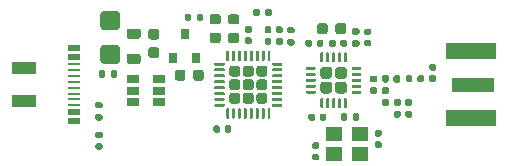
<source format=gbr>
%TF.GenerationSoftware,KiCad,Pcbnew,(5.1.8)-1*%
%TF.CreationDate,2020-12-12T20:42:25+01:00*%
%TF.ProjectId,NRF24Stick,4e524632-3453-4746-9963-6b2e6b696361,rev?*%
%TF.SameCoordinates,Original*%
%TF.FileFunction,Paste,Top*%
%TF.FilePolarity,Positive*%
%FSLAX46Y46*%
G04 Gerber Fmt 4.6, Leading zero omitted, Abs format (unit mm)*
G04 Created by KiCad (PCBNEW (5.1.8)-1) date 2020-12-12 20:42:25*
%MOMM*%
%LPD*%
G01*
G04 APERTURE LIST*
%ADD10R,4.200000X1.350000*%
%ADD11R,3.600000X1.270000*%
%ADD12R,2.000000X1.000000*%
%ADD13R,1.000000X0.520000*%
%ADD14R,1.000000X0.270000*%
%ADD15R,1.400000X1.200000*%
%ADD16R,1.060000X0.650000*%
%ADD17R,0.800000X0.900000*%
G04 APERTURE END LIST*
D10*
%TO.C,J3*%
X148750000Y-118325000D03*
X148750000Y-112675000D03*
D11*
X148950000Y-115500000D03*
%TD*%
D12*
%TO.C,J2*%
X110900000Y-116900000D03*
X110900000Y-114100000D03*
D13*
X115100000Y-112400000D03*
X115100000Y-118600000D03*
X115100000Y-117850000D03*
X115100000Y-113150000D03*
D14*
X115100000Y-113750000D03*
X115100000Y-117250000D03*
X115100000Y-114250000D03*
X115100000Y-114750000D03*
X115100000Y-115250000D03*
X115100000Y-115750000D03*
X115100000Y-116250000D03*
X115100000Y-116750000D03*
%TD*%
%TO.C,C6*%
G36*
G01*
X124575000Y-114450000D02*
X124575000Y-114950000D01*
G75*
G02*
X124350000Y-115175000I-225000J0D01*
G01*
X123900000Y-115175000D01*
G75*
G02*
X123675000Y-114950000I0J225000D01*
G01*
X123675000Y-114450000D01*
G75*
G02*
X123900000Y-114225000I225000J0D01*
G01*
X124350000Y-114225000D01*
G75*
G02*
X124575000Y-114450000I0J-225000D01*
G01*
G37*
G36*
G01*
X126125000Y-114450000D02*
X126125000Y-114950000D01*
G75*
G02*
X125900000Y-115175000I-225000J0D01*
G01*
X125450000Y-115175000D01*
G75*
G02*
X125225000Y-114950000I0J225000D01*
G01*
X125225000Y-114450000D01*
G75*
G02*
X125450000Y-114225000I225000J0D01*
G01*
X125900000Y-114225000D01*
G75*
G02*
X126125000Y-114450000I0J-225000D01*
G01*
G37*
%TD*%
%TO.C,R3*%
G36*
G01*
X133685000Y-112180000D02*
X133315000Y-112180000D01*
G75*
G02*
X133180000Y-112045000I0J135000D01*
G01*
X133180000Y-111775000D01*
G75*
G02*
X133315000Y-111640000I135000J0D01*
G01*
X133685000Y-111640000D01*
G75*
G02*
X133820000Y-111775000I0J-135000D01*
G01*
X133820000Y-112045000D01*
G75*
G02*
X133685000Y-112180000I-135000J0D01*
G01*
G37*
G36*
G01*
X133685000Y-111160000D02*
X133315000Y-111160000D01*
G75*
G02*
X133180000Y-111025000I0J135000D01*
G01*
X133180000Y-110755000D01*
G75*
G02*
X133315000Y-110620000I135000J0D01*
G01*
X133685000Y-110620000D01*
G75*
G02*
X133820000Y-110755000I0J-135000D01*
G01*
X133820000Y-111025000D01*
G75*
G02*
X133685000Y-111160000I-135000J0D01*
G01*
G37*
%TD*%
%TO.C,C1*%
G36*
G01*
X131290000Y-111020000D02*
X131290000Y-110680000D01*
G75*
G02*
X131430000Y-110540000I140000J0D01*
G01*
X131710000Y-110540000D01*
G75*
G02*
X131850000Y-110680000I0J-140000D01*
G01*
X131850000Y-111020000D01*
G75*
G02*
X131710000Y-111160000I-140000J0D01*
G01*
X131430000Y-111160000D01*
G75*
G02*
X131290000Y-111020000I0J140000D01*
G01*
G37*
G36*
G01*
X132250000Y-111020000D02*
X132250000Y-110680000D01*
G75*
G02*
X132390000Y-110540000I140000J0D01*
G01*
X132670000Y-110540000D01*
G75*
G02*
X132810000Y-110680000I0J-140000D01*
G01*
X132810000Y-111020000D01*
G75*
G02*
X132670000Y-111160000I-140000J0D01*
G01*
X132390000Y-111160000D01*
G75*
G02*
X132250000Y-111020000I0J140000D01*
G01*
G37*
%TD*%
%TO.C,C12*%
G36*
G01*
X135770000Y-121910000D02*
X135430000Y-121910000D01*
G75*
G02*
X135290000Y-121770000I0J140000D01*
G01*
X135290000Y-121490000D01*
G75*
G02*
X135430000Y-121350000I140000J0D01*
G01*
X135770000Y-121350000D01*
G75*
G02*
X135910000Y-121490000I0J-140000D01*
G01*
X135910000Y-121770000D01*
G75*
G02*
X135770000Y-121910000I-140000J0D01*
G01*
G37*
G36*
G01*
X135770000Y-120950000D02*
X135430000Y-120950000D01*
G75*
G02*
X135290000Y-120810000I0J140000D01*
G01*
X135290000Y-120530000D01*
G75*
G02*
X135430000Y-120390000I140000J0D01*
G01*
X135770000Y-120390000D01*
G75*
G02*
X135910000Y-120530000I0J-140000D01*
G01*
X135910000Y-120810000D01*
G75*
G02*
X135770000Y-120950000I-140000J0D01*
G01*
G37*
%TD*%
%TO.C,R7*%
G36*
G01*
X117435000Y-117510000D02*
X117065000Y-117510000D01*
G75*
G02*
X116930000Y-117375000I0J135000D01*
G01*
X116930000Y-117105000D01*
G75*
G02*
X117065000Y-116970000I135000J0D01*
G01*
X117435000Y-116970000D01*
G75*
G02*
X117570000Y-117105000I0J-135000D01*
G01*
X117570000Y-117375000D01*
G75*
G02*
X117435000Y-117510000I-135000J0D01*
G01*
G37*
G36*
G01*
X117435000Y-118530000D02*
X117065000Y-118530000D01*
G75*
G02*
X116930000Y-118395000I0J135000D01*
G01*
X116930000Y-118125000D01*
G75*
G02*
X117065000Y-117990000I135000J0D01*
G01*
X117435000Y-117990000D01*
G75*
G02*
X117570000Y-118125000I0J-135000D01*
G01*
X117570000Y-118395000D01*
G75*
G02*
X117435000Y-118530000I-135000J0D01*
G01*
G37*
%TD*%
%TO.C,R6*%
G36*
G01*
X118780000Y-114415000D02*
X118780000Y-114785000D01*
G75*
G02*
X118645000Y-114920000I-135000J0D01*
G01*
X118375000Y-114920000D01*
G75*
G02*
X118240000Y-114785000I0J135000D01*
G01*
X118240000Y-114415000D01*
G75*
G02*
X118375000Y-114280000I135000J0D01*
G01*
X118645000Y-114280000D01*
G75*
G02*
X118780000Y-114415000I0J-135000D01*
G01*
G37*
G36*
G01*
X117760000Y-114415000D02*
X117760000Y-114785000D01*
G75*
G02*
X117625000Y-114920000I-135000J0D01*
G01*
X117355000Y-114920000D01*
G75*
G02*
X117220000Y-114785000I0J135000D01*
G01*
X117220000Y-114415000D01*
G75*
G02*
X117355000Y-114280000I135000J0D01*
G01*
X117625000Y-114280000D01*
G75*
G02*
X117760000Y-114415000I0J-135000D01*
G01*
G37*
%TD*%
D15*
%TO.C,Y1*%
X137150000Y-119650000D03*
X139350000Y-119650000D03*
X139350000Y-121350000D03*
X137150000Y-121350000D03*
%TD*%
%TO.C,U4*%
G36*
G01*
X134770000Y-114182500D02*
X134770000Y-114057500D01*
G75*
G02*
X134832500Y-113995000I62500J0D01*
G01*
X135532500Y-113995000D01*
G75*
G02*
X135595000Y-114057500I0J-62500D01*
G01*
X135595000Y-114182500D01*
G75*
G02*
X135532500Y-114245000I-62500J0D01*
G01*
X134832500Y-114245000D01*
G75*
G02*
X134770000Y-114182500I0J62500D01*
G01*
G37*
G36*
G01*
X134770000Y-114682500D02*
X134770000Y-114557500D01*
G75*
G02*
X134832500Y-114495000I62500J0D01*
G01*
X135532500Y-114495000D01*
G75*
G02*
X135595000Y-114557500I0J-62500D01*
G01*
X135595000Y-114682500D01*
G75*
G02*
X135532500Y-114745000I-62500J0D01*
G01*
X134832500Y-114745000D01*
G75*
G02*
X134770000Y-114682500I0J62500D01*
G01*
G37*
G36*
G01*
X134770000Y-115182500D02*
X134770000Y-115057500D01*
G75*
G02*
X134832500Y-114995000I62500J0D01*
G01*
X135532500Y-114995000D01*
G75*
G02*
X135595000Y-115057500I0J-62500D01*
G01*
X135595000Y-115182500D01*
G75*
G02*
X135532500Y-115245000I-62500J0D01*
G01*
X134832500Y-115245000D01*
G75*
G02*
X134770000Y-115182500I0J62500D01*
G01*
G37*
G36*
G01*
X134770000Y-115682500D02*
X134770000Y-115557500D01*
G75*
G02*
X134832500Y-115495000I62500J0D01*
G01*
X135532500Y-115495000D01*
G75*
G02*
X135595000Y-115557500I0J-62500D01*
G01*
X135595000Y-115682500D01*
G75*
G02*
X135532500Y-115745000I-62500J0D01*
G01*
X134832500Y-115745000D01*
G75*
G02*
X134770000Y-115682500I0J62500D01*
G01*
G37*
G36*
G01*
X134770000Y-116182500D02*
X134770000Y-116057500D01*
G75*
G02*
X134832500Y-115995000I62500J0D01*
G01*
X135532500Y-115995000D01*
G75*
G02*
X135595000Y-116057500I0J-62500D01*
G01*
X135595000Y-116182500D01*
G75*
G02*
X135532500Y-116245000I-62500J0D01*
G01*
X134832500Y-116245000D01*
G75*
G02*
X134770000Y-116182500I0J62500D01*
G01*
G37*
G36*
G01*
X135995000Y-117407500D02*
X135995000Y-116707500D01*
G75*
G02*
X136057500Y-116645000I62500J0D01*
G01*
X136182500Y-116645000D01*
G75*
G02*
X136245000Y-116707500I0J-62500D01*
G01*
X136245000Y-117407500D01*
G75*
G02*
X136182500Y-117470000I-62500J0D01*
G01*
X136057500Y-117470000D01*
G75*
G02*
X135995000Y-117407500I0J62500D01*
G01*
G37*
G36*
G01*
X136495000Y-117407500D02*
X136495000Y-116707500D01*
G75*
G02*
X136557500Y-116645000I62500J0D01*
G01*
X136682500Y-116645000D01*
G75*
G02*
X136745000Y-116707500I0J-62500D01*
G01*
X136745000Y-117407500D01*
G75*
G02*
X136682500Y-117470000I-62500J0D01*
G01*
X136557500Y-117470000D01*
G75*
G02*
X136495000Y-117407500I0J62500D01*
G01*
G37*
G36*
G01*
X136995000Y-117407500D02*
X136995000Y-116707500D01*
G75*
G02*
X137057500Y-116645000I62500J0D01*
G01*
X137182500Y-116645000D01*
G75*
G02*
X137245000Y-116707500I0J-62500D01*
G01*
X137245000Y-117407500D01*
G75*
G02*
X137182500Y-117470000I-62500J0D01*
G01*
X137057500Y-117470000D01*
G75*
G02*
X136995000Y-117407500I0J62500D01*
G01*
G37*
G36*
G01*
X137495000Y-117407500D02*
X137495000Y-116707500D01*
G75*
G02*
X137557500Y-116645000I62500J0D01*
G01*
X137682500Y-116645000D01*
G75*
G02*
X137745000Y-116707500I0J-62500D01*
G01*
X137745000Y-117407500D01*
G75*
G02*
X137682500Y-117470000I-62500J0D01*
G01*
X137557500Y-117470000D01*
G75*
G02*
X137495000Y-117407500I0J62500D01*
G01*
G37*
G36*
G01*
X137995000Y-117407500D02*
X137995000Y-116707500D01*
G75*
G02*
X138057500Y-116645000I62500J0D01*
G01*
X138182500Y-116645000D01*
G75*
G02*
X138245000Y-116707500I0J-62500D01*
G01*
X138245000Y-117407500D01*
G75*
G02*
X138182500Y-117470000I-62500J0D01*
G01*
X138057500Y-117470000D01*
G75*
G02*
X137995000Y-117407500I0J62500D01*
G01*
G37*
G36*
G01*
X138645000Y-116182500D02*
X138645000Y-116057500D01*
G75*
G02*
X138707500Y-115995000I62500J0D01*
G01*
X139407500Y-115995000D01*
G75*
G02*
X139470000Y-116057500I0J-62500D01*
G01*
X139470000Y-116182500D01*
G75*
G02*
X139407500Y-116245000I-62500J0D01*
G01*
X138707500Y-116245000D01*
G75*
G02*
X138645000Y-116182500I0J62500D01*
G01*
G37*
G36*
G01*
X138645000Y-115682500D02*
X138645000Y-115557500D01*
G75*
G02*
X138707500Y-115495000I62500J0D01*
G01*
X139407500Y-115495000D01*
G75*
G02*
X139470000Y-115557500I0J-62500D01*
G01*
X139470000Y-115682500D01*
G75*
G02*
X139407500Y-115745000I-62500J0D01*
G01*
X138707500Y-115745000D01*
G75*
G02*
X138645000Y-115682500I0J62500D01*
G01*
G37*
G36*
G01*
X138645000Y-115182500D02*
X138645000Y-115057500D01*
G75*
G02*
X138707500Y-114995000I62500J0D01*
G01*
X139407500Y-114995000D01*
G75*
G02*
X139470000Y-115057500I0J-62500D01*
G01*
X139470000Y-115182500D01*
G75*
G02*
X139407500Y-115245000I-62500J0D01*
G01*
X138707500Y-115245000D01*
G75*
G02*
X138645000Y-115182500I0J62500D01*
G01*
G37*
G36*
G01*
X138645000Y-114682500D02*
X138645000Y-114557500D01*
G75*
G02*
X138707500Y-114495000I62500J0D01*
G01*
X139407500Y-114495000D01*
G75*
G02*
X139470000Y-114557500I0J-62500D01*
G01*
X139470000Y-114682500D01*
G75*
G02*
X139407500Y-114745000I-62500J0D01*
G01*
X138707500Y-114745000D01*
G75*
G02*
X138645000Y-114682500I0J62500D01*
G01*
G37*
G36*
G01*
X138645000Y-114182500D02*
X138645000Y-114057500D01*
G75*
G02*
X138707500Y-113995000I62500J0D01*
G01*
X139407500Y-113995000D01*
G75*
G02*
X139470000Y-114057500I0J-62500D01*
G01*
X139470000Y-114182500D01*
G75*
G02*
X139407500Y-114245000I-62500J0D01*
G01*
X138707500Y-114245000D01*
G75*
G02*
X138645000Y-114182500I0J62500D01*
G01*
G37*
G36*
G01*
X137995000Y-113532500D02*
X137995000Y-112832500D01*
G75*
G02*
X138057500Y-112770000I62500J0D01*
G01*
X138182500Y-112770000D01*
G75*
G02*
X138245000Y-112832500I0J-62500D01*
G01*
X138245000Y-113532500D01*
G75*
G02*
X138182500Y-113595000I-62500J0D01*
G01*
X138057500Y-113595000D01*
G75*
G02*
X137995000Y-113532500I0J62500D01*
G01*
G37*
G36*
G01*
X137495000Y-113532500D02*
X137495000Y-112832500D01*
G75*
G02*
X137557500Y-112770000I62500J0D01*
G01*
X137682500Y-112770000D01*
G75*
G02*
X137745000Y-112832500I0J-62500D01*
G01*
X137745000Y-113532500D01*
G75*
G02*
X137682500Y-113595000I-62500J0D01*
G01*
X137557500Y-113595000D01*
G75*
G02*
X137495000Y-113532500I0J62500D01*
G01*
G37*
G36*
G01*
X136995000Y-113532500D02*
X136995000Y-112832500D01*
G75*
G02*
X137057500Y-112770000I62500J0D01*
G01*
X137182500Y-112770000D01*
G75*
G02*
X137245000Y-112832500I0J-62500D01*
G01*
X137245000Y-113532500D01*
G75*
G02*
X137182500Y-113595000I-62500J0D01*
G01*
X137057500Y-113595000D01*
G75*
G02*
X136995000Y-113532500I0J62500D01*
G01*
G37*
G36*
G01*
X136495000Y-113532500D02*
X136495000Y-112832500D01*
G75*
G02*
X136557500Y-112770000I62500J0D01*
G01*
X136682500Y-112770000D01*
G75*
G02*
X136745000Y-112832500I0J-62500D01*
G01*
X136745000Y-113532500D01*
G75*
G02*
X136682500Y-113595000I-62500J0D01*
G01*
X136557500Y-113595000D01*
G75*
G02*
X136495000Y-113532500I0J62500D01*
G01*
G37*
G36*
G01*
X135995000Y-113532500D02*
X135995000Y-112832500D01*
G75*
G02*
X136057500Y-112770000I62500J0D01*
G01*
X136182500Y-112770000D01*
G75*
G02*
X136245000Y-112832500I0J-62500D01*
G01*
X136245000Y-113532500D01*
G75*
G02*
X136182500Y-113595000I-62500J0D01*
G01*
X136057500Y-113595000D01*
G75*
G02*
X135995000Y-113532500I0J62500D01*
G01*
G37*
G36*
G01*
X135990000Y-114750001D02*
X135990000Y-114239999D01*
G75*
G02*
X136239999Y-113990000I249999J0D01*
G01*
X136750001Y-113990000D01*
G75*
G02*
X137000000Y-114239999I0J-249999D01*
G01*
X137000000Y-114750001D01*
G75*
G02*
X136750001Y-115000000I-249999J0D01*
G01*
X136239999Y-115000000D01*
G75*
G02*
X135990000Y-114750001I0J249999D01*
G01*
G37*
G36*
G01*
X135990000Y-116000001D02*
X135990000Y-115489999D01*
G75*
G02*
X136239999Y-115240000I249999J0D01*
G01*
X136750001Y-115240000D01*
G75*
G02*
X137000000Y-115489999I0J-249999D01*
G01*
X137000000Y-116000001D01*
G75*
G02*
X136750001Y-116250000I-249999J0D01*
G01*
X136239999Y-116250000D01*
G75*
G02*
X135990000Y-116000001I0J249999D01*
G01*
G37*
G36*
G01*
X137240000Y-114750001D02*
X137240000Y-114239999D01*
G75*
G02*
X137489999Y-113990000I249999J0D01*
G01*
X138000001Y-113990000D01*
G75*
G02*
X138250000Y-114239999I0J-249999D01*
G01*
X138250000Y-114750001D01*
G75*
G02*
X138000001Y-115000000I-249999J0D01*
G01*
X137489999Y-115000000D01*
G75*
G02*
X137240000Y-114750001I0J249999D01*
G01*
G37*
G36*
G01*
X137240000Y-116000001D02*
X137240000Y-115489999D01*
G75*
G02*
X137489999Y-115240000I249999J0D01*
G01*
X138000001Y-115240000D01*
G75*
G02*
X138250000Y-115489999I0J-249999D01*
G01*
X138250000Y-116000001D01*
G75*
G02*
X138000001Y-116250000I-249999J0D01*
G01*
X137489999Y-116250000D01*
G75*
G02*
X137240000Y-116000001I0J249999D01*
G01*
G37*
%TD*%
%TO.C,U3*%
G36*
G01*
X131587500Y-112625000D02*
X131712500Y-112625000D01*
G75*
G02*
X131775000Y-112687500I0J-62500D01*
G01*
X131775000Y-113437500D01*
G75*
G02*
X131712500Y-113500000I-62500J0D01*
G01*
X131587500Y-113500000D01*
G75*
G02*
X131525000Y-113437500I0J62500D01*
G01*
X131525000Y-112687500D01*
G75*
G02*
X131587500Y-112625000I62500J0D01*
G01*
G37*
G36*
G01*
X131087500Y-112625000D02*
X131212500Y-112625000D01*
G75*
G02*
X131275000Y-112687500I0J-62500D01*
G01*
X131275000Y-113437500D01*
G75*
G02*
X131212500Y-113500000I-62500J0D01*
G01*
X131087500Y-113500000D01*
G75*
G02*
X131025000Y-113437500I0J62500D01*
G01*
X131025000Y-112687500D01*
G75*
G02*
X131087500Y-112625000I62500J0D01*
G01*
G37*
G36*
G01*
X130587500Y-112625000D02*
X130712500Y-112625000D01*
G75*
G02*
X130775000Y-112687500I0J-62500D01*
G01*
X130775000Y-113437500D01*
G75*
G02*
X130712500Y-113500000I-62500J0D01*
G01*
X130587500Y-113500000D01*
G75*
G02*
X130525000Y-113437500I0J62500D01*
G01*
X130525000Y-112687500D01*
G75*
G02*
X130587500Y-112625000I62500J0D01*
G01*
G37*
G36*
G01*
X130087500Y-112625000D02*
X130212500Y-112625000D01*
G75*
G02*
X130275000Y-112687500I0J-62500D01*
G01*
X130275000Y-113437500D01*
G75*
G02*
X130212500Y-113500000I-62500J0D01*
G01*
X130087500Y-113500000D01*
G75*
G02*
X130025000Y-113437500I0J62500D01*
G01*
X130025000Y-112687500D01*
G75*
G02*
X130087500Y-112625000I62500J0D01*
G01*
G37*
G36*
G01*
X129587500Y-112625000D02*
X129712500Y-112625000D01*
G75*
G02*
X129775000Y-112687500I0J-62500D01*
G01*
X129775000Y-113437500D01*
G75*
G02*
X129712500Y-113500000I-62500J0D01*
G01*
X129587500Y-113500000D01*
G75*
G02*
X129525000Y-113437500I0J62500D01*
G01*
X129525000Y-112687500D01*
G75*
G02*
X129587500Y-112625000I62500J0D01*
G01*
G37*
G36*
G01*
X129087500Y-112625000D02*
X129212500Y-112625000D01*
G75*
G02*
X129275000Y-112687500I0J-62500D01*
G01*
X129275000Y-113437500D01*
G75*
G02*
X129212500Y-113500000I-62500J0D01*
G01*
X129087500Y-113500000D01*
G75*
G02*
X129025000Y-113437500I0J62500D01*
G01*
X129025000Y-112687500D01*
G75*
G02*
X129087500Y-112625000I62500J0D01*
G01*
G37*
G36*
G01*
X128587500Y-112625000D02*
X128712500Y-112625000D01*
G75*
G02*
X128775000Y-112687500I0J-62500D01*
G01*
X128775000Y-113437500D01*
G75*
G02*
X128712500Y-113500000I-62500J0D01*
G01*
X128587500Y-113500000D01*
G75*
G02*
X128525000Y-113437500I0J62500D01*
G01*
X128525000Y-112687500D01*
G75*
G02*
X128587500Y-112625000I62500J0D01*
G01*
G37*
G36*
G01*
X128087500Y-112625000D02*
X128212500Y-112625000D01*
G75*
G02*
X128275000Y-112687500I0J-62500D01*
G01*
X128275000Y-113437500D01*
G75*
G02*
X128212500Y-113500000I-62500J0D01*
G01*
X128087500Y-113500000D01*
G75*
G02*
X128025000Y-113437500I0J62500D01*
G01*
X128025000Y-112687500D01*
G75*
G02*
X128087500Y-112625000I62500J0D01*
G01*
G37*
G36*
G01*
X127087500Y-113625000D02*
X127837500Y-113625000D01*
G75*
G02*
X127900000Y-113687500I0J-62500D01*
G01*
X127900000Y-113812500D01*
G75*
G02*
X127837500Y-113875000I-62500J0D01*
G01*
X127087500Y-113875000D01*
G75*
G02*
X127025000Y-113812500I0J62500D01*
G01*
X127025000Y-113687500D01*
G75*
G02*
X127087500Y-113625000I62500J0D01*
G01*
G37*
G36*
G01*
X127087500Y-114125000D02*
X127837500Y-114125000D01*
G75*
G02*
X127900000Y-114187500I0J-62500D01*
G01*
X127900000Y-114312500D01*
G75*
G02*
X127837500Y-114375000I-62500J0D01*
G01*
X127087500Y-114375000D01*
G75*
G02*
X127025000Y-114312500I0J62500D01*
G01*
X127025000Y-114187500D01*
G75*
G02*
X127087500Y-114125000I62500J0D01*
G01*
G37*
G36*
G01*
X127087500Y-114625000D02*
X127837500Y-114625000D01*
G75*
G02*
X127900000Y-114687500I0J-62500D01*
G01*
X127900000Y-114812500D01*
G75*
G02*
X127837500Y-114875000I-62500J0D01*
G01*
X127087500Y-114875000D01*
G75*
G02*
X127025000Y-114812500I0J62500D01*
G01*
X127025000Y-114687500D01*
G75*
G02*
X127087500Y-114625000I62500J0D01*
G01*
G37*
G36*
G01*
X127087500Y-115125000D02*
X127837500Y-115125000D01*
G75*
G02*
X127900000Y-115187500I0J-62500D01*
G01*
X127900000Y-115312500D01*
G75*
G02*
X127837500Y-115375000I-62500J0D01*
G01*
X127087500Y-115375000D01*
G75*
G02*
X127025000Y-115312500I0J62500D01*
G01*
X127025000Y-115187500D01*
G75*
G02*
X127087500Y-115125000I62500J0D01*
G01*
G37*
G36*
G01*
X127087500Y-115625000D02*
X127837500Y-115625000D01*
G75*
G02*
X127900000Y-115687500I0J-62500D01*
G01*
X127900000Y-115812500D01*
G75*
G02*
X127837500Y-115875000I-62500J0D01*
G01*
X127087500Y-115875000D01*
G75*
G02*
X127025000Y-115812500I0J62500D01*
G01*
X127025000Y-115687500D01*
G75*
G02*
X127087500Y-115625000I62500J0D01*
G01*
G37*
G36*
G01*
X127087500Y-116125000D02*
X127837500Y-116125000D01*
G75*
G02*
X127900000Y-116187500I0J-62500D01*
G01*
X127900000Y-116312500D01*
G75*
G02*
X127837500Y-116375000I-62500J0D01*
G01*
X127087500Y-116375000D01*
G75*
G02*
X127025000Y-116312500I0J62500D01*
G01*
X127025000Y-116187500D01*
G75*
G02*
X127087500Y-116125000I62500J0D01*
G01*
G37*
G36*
G01*
X127087500Y-116625000D02*
X127837500Y-116625000D01*
G75*
G02*
X127900000Y-116687500I0J-62500D01*
G01*
X127900000Y-116812500D01*
G75*
G02*
X127837500Y-116875000I-62500J0D01*
G01*
X127087500Y-116875000D01*
G75*
G02*
X127025000Y-116812500I0J62500D01*
G01*
X127025000Y-116687500D01*
G75*
G02*
X127087500Y-116625000I62500J0D01*
G01*
G37*
G36*
G01*
X127087500Y-117125000D02*
X127837500Y-117125000D01*
G75*
G02*
X127900000Y-117187500I0J-62500D01*
G01*
X127900000Y-117312500D01*
G75*
G02*
X127837500Y-117375000I-62500J0D01*
G01*
X127087500Y-117375000D01*
G75*
G02*
X127025000Y-117312500I0J62500D01*
G01*
X127025000Y-117187500D01*
G75*
G02*
X127087500Y-117125000I62500J0D01*
G01*
G37*
G36*
G01*
X128087500Y-117500000D02*
X128212500Y-117500000D01*
G75*
G02*
X128275000Y-117562500I0J-62500D01*
G01*
X128275000Y-118312500D01*
G75*
G02*
X128212500Y-118375000I-62500J0D01*
G01*
X128087500Y-118375000D01*
G75*
G02*
X128025000Y-118312500I0J62500D01*
G01*
X128025000Y-117562500D01*
G75*
G02*
X128087500Y-117500000I62500J0D01*
G01*
G37*
G36*
G01*
X128587500Y-117500000D02*
X128712500Y-117500000D01*
G75*
G02*
X128775000Y-117562500I0J-62500D01*
G01*
X128775000Y-118312500D01*
G75*
G02*
X128712500Y-118375000I-62500J0D01*
G01*
X128587500Y-118375000D01*
G75*
G02*
X128525000Y-118312500I0J62500D01*
G01*
X128525000Y-117562500D01*
G75*
G02*
X128587500Y-117500000I62500J0D01*
G01*
G37*
G36*
G01*
X129087500Y-117500000D02*
X129212500Y-117500000D01*
G75*
G02*
X129275000Y-117562500I0J-62500D01*
G01*
X129275000Y-118312500D01*
G75*
G02*
X129212500Y-118375000I-62500J0D01*
G01*
X129087500Y-118375000D01*
G75*
G02*
X129025000Y-118312500I0J62500D01*
G01*
X129025000Y-117562500D01*
G75*
G02*
X129087500Y-117500000I62500J0D01*
G01*
G37*
G36*
G01*
X129587500Y-117500000D02*
X129712500Y-117500000D01*
G75*
G02*
X129775000Y-117562500I0J-62500D01*
G01*
X129775000Y-118312500D01*
G75*
G02*
X129712500Y-118375000I-62500J0D01*
G01*
X129587500Y-118375000D01*
G75*
G02*
X129525000Y-118312500I0J62500D01*
G01*
X129525000Y-117562500D01*
G75*
G02*
X129587500Y-117500000I62500J0D01*
G01*
G37*
G36*
G01*
X130087500Y-117500000D02*
X130212500Y-117500000D01*
G75*
G02*
X130275000Y-117562500I0J-62500D01*
G01*
X130275000Y-118312500D01*
G75*
G02*
X130212500Y-118375000I-62500J0D01*
G01*
X130087500Y-118375000D01*
G75*
G02*
X130025000Y-118312500I0J62500D01*
G01*
X130025000Y-117562500D01*
G75*
G02*
X130087500Y-117500000I62500J0D01*
G01*
G37*
G36*
G01*
X130587500Y-117500000D02*
X130712500Y-117500000D01*
G75*
G02*
X130775000Y-117562500I0J-62500D01*
G01*
X130775000Y-118312500D01*
G75*
G02*
X130712500Y-118375000I-62500J0D01*
G01*
X130587500Y-118375000D01*
G75*
G02*
X130525000Y-118312500I0J62500D01*
G01*
X130525000Y-117562500D01*
G75*
G02*
X130587500Y-117500000I62500J0D01*
G01*
G37*
G36*
G01*
X131087500Y-117500000D02*
X131212500Y-117500000D01*
G75*
G02*
X131275000Y-117562500I0J-62500D01*
G01*
X131275000Y-118312500D01*
G75*
G02*
X131212500Y-118375000I-62500J0D01*
G01*
X131087500Y-118375000D01*
G75*
G02*
X131025000Y-118312500I0J62500D01*
G01*
X131025000Y-117562500D01*
G75*
G02*
X131087500Y-117500000I62500J0D01*
G01*
G37*
G36*
G01*
X131587500Y-117500000D02*
X131712500Y-117500000D01*
G75*
G02*
X131775000Y-117562500I0J-62500D01*
G01*
X131775000Y-118312500D01*
G75*
G02*
X131712500Y-118375000I-62500J0D01*
G01*
X131587500Y-118375000D01*
G75*
G02*
X131525000Y-118312500I0J62500D01*
G01*
X131525000Y-117562500D01*
G75*
G02*
X131587500Y-117500000I62500J0D01*
G01*
G37*
G36*
G01*
X131962500Y-117125000D02*
X132712500Y-117125000D01*
G75*
G02*
X132775000Y-117187500I0J-62500D01*
G01*
X132775000Y-117312500D01*
G75*
G02*
X132712500Y-117375000I-62500J0D01*
G01*
X131962500Y-117375000D01*
G75*
G02*
X131900000Y-117312500I0J62500D01*
G01*
X131900000Y-117187500D01*
G75*
G02*
X131962500Y-117125000I62500J0D01*
G01*
G37*
G36*
G01*
X131962500Y-116625000D02*
X132712500Y-116625000D01*
G75*
G02*
X132775000Y-116687500I0J-62500D01*
G01*
X132775000Y-116812500D01*
G75*
G02*
X132712500Y-116875000I-62500J0D01*
G01*
X131962500Y-116875000D01*
G75*
G02*
X131900000Y-116812500I0J62500D01*
G01*
X131900000Y-116687500D01*
G75*
G02*
X131962500Y-116625000I62500J0D01*
G01*
G37*
G36*
G01*
X131962500Y-116125000D02*
X132712500Y-116125000D01*
G75*
G02*
X132775000Y-116187500I0J-62500D01*
G01*
X132775000Y-116312500D01*
G75*
G02*
X132712500Y-116375000I-62500J0D01*
G01*
X131962500Y-116375000D01*
G75*
G02*
X131900000Y-116312500I0J62500D01*
G01*
X131900000Y-116187500D01*
G75*
G02*
X131962500Y-116125000I62500J0D01*
G01*
G37*
G36*
G01*
X131962500Y-115625000D02*
X132712500Y-115625000D01*
G75*
G02*
X132775000Y-115687500I0J-62500D01*
G01*
X132775000Y-115812500D01*
G75*
G02*
X132712500Y-115875000I-62500J0D01*
G01*
X131962500Y-115875000D01*
G75*
G02*
X131900000Y-115812500I0J62500D01*
G01*
X131900000Y-115687500D01*
G75*
G02*
X131962500Y-115625000I62500J0D01*
G01*
G37*
G36*
G01*
X131962500Y-115125000D02*
X132712500Y-115125000D01*
G75*
G02*
X132775000Y-115187500I0J-62500D01*
G01*
X132775000Y-115312500D01*
G75*
G02*
X132712500Y-115375000I-62500J0D01*
G01*
X131962500Y-115375000D01*
G75*
G02*
X131900000Y-115312500I0J62500D01*
G01*
X131900000Y-115187500D01*
G75*
G02*
X131962500Y-115125000I62500J0D01*
G01*
G37*
G36*
G01*
X131962500Y-114625000D02*
X132712500Y-114625000D01*
G75*
G02*
X132775000Y-114687500I0J-62500D01*
G01*
X132775000Y-114812500D01*
G75*
G02*
X132712500Y-114875000I-62500J0D01*
G01*
X131962500Y-114875000D01*
G75*
G02*
X131900000Y-114812500I0J62500D01*
G01*
X131900000Y-114687500D01*
G75*
G02*
X131962500Y-114625000I62500J0D01*
G01*
G37*
G36*
G01*
X131962500Y-114125000D02*
X132712500Y-114125000D01*
G75*
G02*
X132775000Y-114187500I0J-62500D01*
G01*
X132775000Y-114312500D01*
G75*
G02*
X132712500Y-114375000I-62500J0D01*
G01*
X131962500Y-114375000D01*
G75*
G02*
X131900000Y-114312500I0J62500D01*
G01*
X131900000Y-114187500D01*
G75*
G02*
X131962500Y-114125000I62500J0D01*
G01*
G37*
G36*
G01*
X131962500Y-113625000D02*
X132712500Y-113625000D01*
G75*
G02*
X132775000Y-113687500I0J-62500D01*
G01*
X132775000Y-113812500D01*
G75*
G02*
X132712500Y-113875000I-62500J0D01*
G01*
X131962500Y-113875000D01*
G75*
G02*
X131900000Y-113812500I0J62500D01*
G01*
X131900000Y-113687500D01*
G75*
G02*
X131962500Y-113625000I62500J0D01*
G01*
G37*
G36*
G01*
X130817500Y-113885000D02*
X131282500Y-113885000D01*
G75*
G02*
X131515000Y-114117500I0J-232500D01*
G01*
X131515000Y-114582500D01*
G75*
G02*
X131282500Y-114815000I-232500J0D01*
G01*
X130817500Y-114815000D01*
G75*
G02*
X130585000Y-114582500I0J232500D01*
G01*
X130585000Y-114117500D01*
G75*
G02*
X130817500Y-113885000I232500J0D01*
G01*
G37*
G36*
G01*
X129667500Y-113885000D02*
X130132500Y-113885000D01*
G75*
G02*
X130365000Y-114117500I0J-232500D01*
G01*
X130365000Y-114582500D01*
G75*
G02*
X130132500Y-114815000I-232500J0D01*
G01*
X129667500Y-114815000D01*
G75*
G02*
X129435000Y-114582500I0J232500D01*
G01*
X129435000Y-114117500D01*
G75*
G02*
X129667500Y-113885000I232500J0D01*
G01*
G37*
G36*
G01*
X128517500Y-113885000D02*
X128982500Y-113885000D01*
G75*
G02*
X129215000Y-114117500I0J-232500D01*
G01*
X129215000Y-114582500D01*
G75*
G02*
X128982500Y-114815000I-232500J0D01*
G01*
X128517500Y-114815000D01*
G75*
G02*
X128285000Y-114582500I0J232500D01*
G01*
X128285000Y-114117500D01*
G75*
G02*
X128517500Y-113885000I232500J0D01*
G01*
G37*
G36*
G01*
X130817500Y-115035000D02*
X131282500Y-115035000D01*
G75*
G02*
X131515000Y-115267500I0J-232500D01*
G01*
X131515000Y-115732500D01*
G75*
G02*
X131282500Y-115965000I-232500J0D01*
G01*
X130817500Y-115965000D01*
G75*
G02*
X130585000Y-115732500I0J232500D01*
G01*
X130585000Y-115267500D01*
G75*
G02*
X130817500Y-115035000I232500J0D01*
G01*
G37*
G36*
G01*
X129667500Y-115035000D02*
X130132500Y-115035000D01*
G75*
G02*
X130365000Y-115267500I0J-232500D01*
G01*
X130365000Y-115732500D01*
G75*
G02*
X130132500Y-115965000I-232500J0D01*
G01*
X129667500Y-115965000D01*
G75*
G02*
X129435000Y-115732500I0J232500D01*
G01*
X129435000Y-115267500D01*
G75*
G02*
X129667500Y-115035000I232500J0D01*
G01*
G37*
G36*
G01*
X128517500Y-115035000D02*
X128982500Y-115035000D01*
G75*
G02*
X129215000Y-115267500I0J-232500D01*
G01*
X129215000Y-115732500D01*
G75*
G02*
X128982500Y-115965000I-232500J0D01*
G01*
X128517500Y-115965000D01*
G75*
G02*
X128285000Y-115732500I0J232500D01*
G01*
X128285000Y-115267500D01*
G75*
G02*
X128517500Y-115035000I232500J0D01*
G01*
G37*
G36*
G01*
X130817500Y-116185000D02*
X131282500Y-116185000D01*
G75*
G02*
X131515000Y-116417500I0J-232500D01*
G01*
X131515000Y-116882500D01*
G75*
G02*
X131282500Y-117115000I-232500J0D01*
G01*
X130817500Y-117115000D01*
G75*
G02*
X130585000Y-116882500I0J232500D01*
G01*
X130585000Y-116417500D01*
G75*
G02*
X130817500Y-116185000I232500J0D01*
G01*
G37*
G36*
G01*
X129667500Y-116185000D02*
X130132500Y-116185000D01*
G75*
G02*
X130365000Y-116417500I0J-232500D01*
G01*
X130365000Y-116882500D01*
G75*
G02*
X130132500Y-117115000I-232500J0D01*
G01*
X129667500Y-117115000D01*
G75*
G02*
X129435000Y-116882500I0J232500D01*
G01*
X129435000Y-116417500D01*
G75*
G02*
X129667500Y-116185000I232500J0D01*
G01*
G37*
G36*
G01*
X128517500Y-116185000D02*
X128982500Y-116185000D01*
G75*
G02*
X129215000Y-116417500I0J-232500D01*
G01*
X129215000Y-116882500D01*
G75*
G02*
X128982500Y-117115000I-232500J0D01*
G01*
X128517500Y-117115000D01*
G75*
G02*
X128285000Y-116882500I0J232500D01*
G01*
X128285000Y-116417500D01*
G75*
G02*
X128517500Y-116185000I232500J0D01*
G01*
G37*
%TD*%
D16*
%TO.C,U2*%
X122350000Y-116950000D03*
X122350000Y-116000000D03*
X122350000Y-115050000D03*
X120150000Y-115050000D03*
X120150000Y-116950000D03*
X120150000Y-116000000D03*
%TD*%
D17*
%TO.C,U1*%
X123550000Y-113200000D03*
X125450000Y-113200000D03*
X124500000Y-111200000D03*
%TD*%
%TO.C,R5*%
G36*
G01*
X138260000Y-118065000D02*
X138260000Y-118435000D01*
G75*
G02*
X138125000Y-118570000I-135000J0D01*
G01*
X137855000Y-118570000D01*
G75*
G02*
X137720000Y-118435000I0J135000D01*
G01*
X137720000Y-118065000D01*
G75*
G02*
X137855000Y-117930000I135000J0D01*
G01*
X138125000Y-117930000D01*
G75*
G02*
X138260000Y-118065000I0J-135000D01*
G01*
G37*
G36*
G01*
X139280000Y-118065000D02*
X139280000Y-118435000D01*
G75*
G02*
X139145000Y-118570000I-135000J0D01*
G01*
X138875000Y-118570000D01*
G75*
G02*
X138740000Y-118435000I0J135000D01*
G01*
X138740000Y-118065000D01*
G75*
G02*
X138875000Y-117930000I135000J0D01*
G01*
X139145000Y-117930000D01*
G75*
G02*
X139280000Y-118065000I0J-135000D01*
G01*
G37*
%TD*%
%TO.C,R4*%
G36*
G01*
X139185000Y-111260000D02*
X138815000Y-111260000D01*
G75*
G02*
X138680000Y-111125000I0J135000D01*
G01*
X138680000Y-110855000D01*
G75*
G02*
X138815000Y-110720000I135000J0D01*
G01*
X139185000Y-110720000D01*
G75*
G02*
X139320000Y-110855000I0J-135000D01*
G01*
X139320000Y-111125000D01*
G75*
G02*
X139185000Y-111260000I-135000J0D01*
G01*
G37*
G36*
G01*
X139185000Y-112280000D02*
X138815000Y-112280000D01*
G75*
G02*
X138680000Y-112145000I0J135000D01*
G01*
X138680000Y-111875000D01*
G75*
G02*
X138815000Y-111740000I135000J0D01*
G01*
X139185000Y-111740000D01*
G75*
G02*
X139320000Y-111875000I0J-135000D01*
G01*
X139320000Y-112145000D01*
G75*
G02*
X139185000Y-112280000I-135000J0D01*
G01*
G37*
%TD*%
%TO.C,R2*%
G36*
G01*
X131340000Y-109585000D02*
X131340000Y-109215000D01*
G75*
G02*
X131475000Y-109080000I135000J0D01*
G01*
X131745000Y-109080000D01*
G75*
G02*
X131880000Y-109215000I0J-135000D01*
G01*
X131880000Y-109585000D01*
G75*
G02*
X131745000Y-109720000I-135000J0D01*
G01*
X131475000Y-109720000D01*
G75*
G02*
X131340000Y-109585000I0J135000D01*
G01*
G37*
G36*
G01*
X130320000Y-109585000D02*
X130320000Y-109215000D01*
G75*
G02*
X130455000Y-109080000I135000J0D01*
G01*
X130725000Y-109080000D01*
G75*
G02*
X130860000Y-109215000I0J-135000D01*
G01*
X130860000Y-109585000D01*
G75*
G02*
X130725000Y-109720000I-135000J0D01*
G01*
X130455000Y-109720000D01*
G75*
G02*
X130320000Y-109585000I0J135000D01*
G01*
G37*
%TD*%
%TO.C,R1*%
G36*
G01*
X126080000Y-109615000D02*
X126080000Y-109985000D01*
G75*
G02*
X125945000Y-110120000I-135000J0D01*
G01*
X125675000Y-110120000D01*
G75*
G02*
X125540000Y-109985000I0J135000D01*
G01*
X125540000Y-109615000D01*
G75*
G02*
X125675000Y-109480000I135000J0D01*
G01*
X125945000Y-109480000D01*
G75*
G02*
X126080000Y-109615000I0J-135000D01*
G01*
G37*
G36*
G01*
X125060000Y-109615000D02*
X125060000Y-109985000D01*
G75*
G02*
X124925000Y-110120000I-135000J0D01*
G01*
X124655000Y-110120000D01*
G75*
G02*
X124520000Y-109985000I0J135000D01*
G01*
X124520000Y-109615000D01*
G75*
G02*
X124655000Y-109480000I135000J0D01*
G01*
X124925000Y-109480000D01*
G75*
G02*
X125060000Y-109615000I0J-135000D01*
G01*
G37*
%TD*%
%TO.C,LD2*%
G36*
G01*
X128393750Y-109525000D02*
X128906250Y-109525000D01*
G75*
G02*
X129125000Y-109743750I0J-218750D01*
G01*
X129125000Y-110181250D01*
G75*
G02*
X128906250Y-110400000I-218750J0D01*
G01*
X128393750Y-110400000D01*
G75*
G02*
X128175000Y-110181250I0J218750D01*
G01*
X128175000Y-109743750D01*
G75*
G02*
X128393750Y-109525000I218750J0D01*
G01*
G37*
G36*
G01*
X128393750Y-111100000D02*
X128906250Y-111100000D01*
G75*
G02*
X129125000Y-111318750I0J-218750D01*
G01*
X129125000Y-111756250D01*
G75*
G02*
X128906250Y-111975000I-218750J0D01*
G01*
X128393750Y-111975000D01*
G75*
G02*
X128175000Y-111756250I0J218750D01*
G01*
X128175000Y-111318750D01*
G75*
G02*
X128393750Y-111100000I218750J0D01*
G01*
G37*
%TD*%
%TO.C,LD1*%
G36*
G01*
X126843750Y-109525000D02*
X127356250Y-109525000D01*
G75*
G02*
X127575000Y-109743750I0J-218750D01*
G01*
X127575000Y-110181250D01*
G75*
G02*
X127356250Y-110400000I-218750J0D01*
G01*
X126843750Y-110400000D01*
G75*
G02*
X126625000Y-110181250I0J218750D01*
G01*
X126625000Y-109743750D01*
G75*
G02*
X126843750Y-109525000I218750J0D01*
G01*
G37*
G36*
G01*
X126843750Y-111100000D02*
X127356250Y-111100000D01*
G75*
G02*
X127575000Y-111318750I0J-218750D01*
G01*
X127575000Y-111756250D01*
G75*
G02*
X127356250Y-111975000I-218750J0D01*
G01*
X126843750Y-111975000D01*
G75*
G02*
X126625000Y-111756250I0J218750D01*
G01*
X126625000Y-111318750D01*
G75*
G02*
X126843750Y-111100000I218750J0D01*
G01*
G37*
%TD*%
%TO.C,L3*%
G36*
G01*
X141810000Y-114827500D02*
X141810000Y-115172500D01*
G75*
G02*
X141662500Y-115320000I-147500J0D01*
G01*
X141367500Y-115320000D01*
G75*
G02*
X141220000Y-115172500I0J147500D01*
G01*
X141220000Y-114827500D01*
G75*
G02*
X141367500Y-114680000I147500J0D01*
G01*
X141662500Y-114680000D01*
G75*
G02*
X141810000Y-114827500I0J-147500D01*
G01*
G37*
G36*
G01*
X142780000Y-114827500D02*
X142780000Y-115172500D01*
G75*
G02*
X142632500Y-115320000I-147500J0D01*
G01*
X142337500Y-115320000D01*
G75*
G02*
X142190000Y-115172500I0J147500D01*
G01*
X142190000Y-114827500D01*
G75*
G02*
X142337500Y-114680000I147500J0D01*
G01*
X142632500Y-114680000D01*
G75*
G02*
X142780000Y-114827500I0J-147500D01*
G01*
G37*
%TD*%
%TO.C,L2*%
G36*
G01*
X141327500Y-116690000D02*
X141672500Y-116690000D01*
G75*
G02*
X141820000Y-116837500I0J-147500D01*
G01*
X141820000Y-117132500D01*
G75*
G02*
X141672500Y-117280000I-147500J0D01*
G01*
X141327500Y-117280000D01*
G75*
G02*
X141180000Y-117132500I0J147500D01*
G01*
X141180000Y-116837500D01*
G75*
G02*
X141327500Y-116690000I147500J0D01*
G01*
G37*
G36*
G01*
X141327500Y-115720000D02*
X141672500Y-115720000D01*
G75*
G02*
X141820000Y-115867500I0J-147500D01*
G01*
X141820000Y-116162500D01*
G75*
G02*
X141672500Y-116310000I-147500J0D01*
G01*
X141327500Y-116310000D01*
G75*
G02*
X141180000Y-116162500I0J147500D01*
G01*
X141180000Y-115867500D01*
G75*
G02*
X141327500Y-115720000I147500J0D01*
G01*
G37*
%TD*%
%TO.C,L1*%
G36*
G01*
X140672500Y-115310000D02*
X140327500Y-115310000D01*
G75*
G02*
X140180000Y-115162500I0J147500D01*
G01*
X140180000Y-114867500D01*
G75*
G02*
X140327500Y-114720000I147500J0D01*
G01*
X140672500Y-114720000D01*
G75*
G02*
X140820000Y-114867500I0J-147500D01*
G01*
X140820000Y-115162500D01*
G75*
G02*
X140672500Y-115310000I-147500J0D01*
G01*
G37*
G36*
G01*
X140672500Y-116280000D02*
X140327500Y-116280000D01*
G75*
G02*
X140180000Y-116132500I0J147500D01*
G01*
X140180000Y-115837500D01*
G75*
G02*
X140327500Y-115690000I147500J0D01*
G01*
X140672500Y-115690000D01*
G75*
G02*
X140820000Y-115837500I0J-147500D01*
G01*
X140820000Y-116132500D01*
G75*
G02*
X140672500Y-116280000I-147500J0D01*
G01*
G37*
%TD*%
%TO.C,FB1*%
G36*
G01*
X119818750Y-112875000D02*
X120581250Y-112875000D01*
G75*
G02*
X120800000Y-113093750I0J-218750D01*
G01*
X120800000Y-113531250D01*
G75*
G02*
X120581250Y-113750000I-218750J0D01*
G01*
X119818750Y-113750000D01*
G75*
G02*
X119600000Y-113531250I0J218750D01*
G01*
X119600000Y-113093750D01*
G75*
G02*
X119818750Y-112875000I218750J0D01*
G01*
G37*
G36*
G01*
X119818750Y-110750000D02*
X120581250Y-110750000D01*
G75*
G02*
X120800000Y-110968750I0J-218750D01*
G01*
X120800000Y-111406250D01*
G75*
G02*
X120581250Y-111625000I-218750J0D01*
G01*
X119818750Y-111625000D01*
G75*
G02*
X119600000Y-111406250I0J218750D01*
G01*
X119600000Y-110968750D01*
G75*
G02*
X119818750Y-110750000I218750J0D01*
G01*
G37*
%TD*%
%TO.C,F1*%
G36*
G01*
X118775000Y-113725000D02*
X117625000Y-113725000D01*
G75*
G02*
X117375000Y-113475000I0J250000D01*
G01*
X117375000Y-112375000D01*
G75*
G02*
X117625000Y-112125000I250000J0D01*
G01*
X118775000Y-112125000D01*
G75*
G02*
X119025000Y-112375000I0J-250000D01*
G01*
X119025000Y-113475000D01*
G75*
G02*
X118775000Y-113725000I-250000J0D01*
G01*
G37*
G36*
G01*
X118775000Y-110875000D02*
X117625000Y-110875000D01*
G75*
G02*
X117375000Y-110625000I0J250000D01*
G01*
X117375000Y-109525000D01*
G75*
G02*
X117625000Y-109275000I250000J0D01*
G01*
X118775000Y-109275000D01*
G75*
G02*
X119025000Y-109525000I0J-250000D01*
G01*
X119025000Y-110625000D01*
G75*
G02*
X118775000Y-110875000I-250000J0D01*
G01*
G37*
%TD*%
%TO.C,C18*%
G36*
G01*
X137275000Y-111000000D02*
X137275000Y-110500000D01*
G75*
G02*
X137500000Y-110275000I225000J0D01*
G01*
X137950000Y-110275000D01*
G75*
G02*
X138175000Y-110500000I0J-225000D01*
G01*
X138175000Y-111000000D01*
G75*
G02*
X137950000Y-111225000I-225000J0D01*
G01*
X137500000Y-111225000D01*
G75*
G02*
X137275000Y-111000000I0J225000D01*
G01*
G37*
G36*
G01*
X135725000Y-111000000D02*
X135725000Y-110500000D01*
G75*
G02*
X135950000Y-110275000I225000J0D01*
G01*
X136400000Y-110275000D01*
G75*
G02*
X136625000Y-110500000I0J-225000D01*
G01*
X136625000Y-111000000D01*
G75*
G02*
X136400000Y-111225000I-225000J0D01*
G01*
X135950000Y-111225000D01*
G75*
G02*
X135725000Y-111000000I0J225000D01*
G01*
G37*
%TD*%
%TO.C,C17*%
G36*
G01*
X145330000Y-114700000D02*
X145670000Y-114700000D01*
G75*
G02*
X145810000Y-114840000I0J-140000D01*
G01*
X145810000Y-115120000D01*
G75*
G02*
X145670000Y-115260000I-140000J0D01*
G01*
X145330000Y-115260000D01*
G75*
G02*
X145190000Y-115120000I0J140000D01*
G01*
X145190000Y-114840000D01*
G75*
G02*
X145330000Y-114700000I140000J0D01*
G01*
G37*
G36*
G01*
X145330000Y-113740000D02*
X145670000Y-113740000D01*
G75*
G02*
X145810000Y-113880000I0J-140000D01*
G01*
X145810000Y-114160000D01*
G75*
G02*
X145670000Y-114300000I-140000J0D01*
G01*
X145330000Y-114300000D01*
G75*
G02*
X145190000Y-114160000I0J140000D01*
G01*
X145190000Y-113880000D01*
G75*
G02*
X145330000Y-113740000I140000J0D01*
G01*
G37*
%TD*%
%TO.C,C16*%
G36*
G01*
X143800000Y-114830000D02*
X143800000Y-115170000D01*
G75*
G02*
X143660000Y-115310000I-140000J0D01*
G01*
X143380000Y-115310000D01*
G75*
G02*
X143240000Y-115170000I0J140000D01*
G01*
X143240000Y-114830000D01*
G75*
G02*
X143380000Y-114690000I140000J0D01*
G01*
X143660000Y-114690000D01*
G75*
G02*
X143800000Y-114830000I0J-140000D01*
G01*
G37*
G36*
G01*
X144760000Y-114830000D02*
X144760000Y-115170000D01*
G75*
G02*
X144620000Y-115310000I-140000J0D01*
G01*
X144340000Y-115310000D01*
G75*
G02*
X144200000Y-115170000I0J140000D01*
G01*
X144200000Y-114830000D01*
G75*
G02*
X144340000Y-114690000I140000J0D01*
G01*
X144620000Y-114690000D01*
G75*
G02*
X144760000Y-114830000I0J-140000D01*
G01*
G37*
%TD*%
%TO.C,C15*%
G36*
G01*
X143200000Y-118170000D02*
X143200000Y-117830000D01*
G75*
G02*
X143340000Y-117690000I140000J0D01*
G01*
X143620000Y-117690000D01*
G75*
G02*
X143760000Y-117830000I0J-140000D01*
G01*
X143760000Y-118170000D01*
G75*
G02*
X143620000Y-118310000I-140000J0D01*
G01*
X143340000Y-118310000D01*
G75*
G02*
X143200000Y-118170000I0J140000D01*
G01*
G37*
G36*
G01*
X142240000Y-118170000D02*
X142240000Y-117830000D01*
G75*
G02*
X142380000Y-117690000I140000J0D01*
G01*
X142660000Y-117690000D01*
G75*
G02*
X142800000Y-117830000I0J-140000D01*
G01*
X142800000Y-118170000D01*
G75*
G02*
X142660000Y-118310000I-140000J0D01*
G01*
X142380000Y-118310000D01*
G75*
G02*
X142240000Y-118170000I0J140000D01*
G01*
G37*
%TD*%
%TO.C,C14*%
G36*
G01*
X140730000Y-119340000D02*
X141070000Y-119340000D01*
G75*
G02*
X141210000Y-119480000I0J-140000D01*
G01*
X141210000Y-119760000D01*
G75*
G02*
X141070000Y-119900000I-140000J0D01*
G01*
X140730000Y-119900000D01*
G75*
G02*
X140590000Y-119760000I0J140000D01*
G01*
X140590000Y-119480000D01*
G75*
G02*
X140730000Y-119340000I140000J0D01*
G01*
G37*
G36*
G01*
X140730000Y-120300000D02*
X141070000Y-120300000D01*
G75*
G02*
X141210000Y-120440000I0J-140000D01*
G01*
X141210000Y-120720000D01*
G75*
G02*
X141070000Y-120860000I-140000J0D01*
G01*
X140730000Y-120860000D01*
G75*
G02*
X140590000Y-120720000I0J140000D01*
G01*
X140590000Y-120440000D01*
G75*
G02*
X140730000Y-120300000I140000J0D01*
G01*
G37*
%TD*%
%TO.C,C13*%
G36*
G01*
X143200000Y-117170000D02*
X143200000Y-116830000D01*
G75*
G02*
X143340000Y-116690000I140000J0D01*
G01*
X143620000Y-116690000D01*
G75*
G02*
X143760000Y-116830000I0J-140000D01*
G01*
X143760000Y-117170000D01*
G75*
G02*
X143620000Y-117310000I-140000J0D01*
G01*
X143340000Y-117310000D01*
G75*
G02*
X143200000Y-117170000I0J140000D01*
G01*
G37*
G36*
G01*
X142240000Y-117170000D02*
X142240000Y-116830000D01*
G75*
G02*
X142380000Y-116690000I140000J0D01*
G01*
X142660000Y-116690000D01*
G75*
G02*
X142800000Y-116830000I0J-140000D01*
G01*
X142800000Y-117170000D01*
G75*
G02*
X142660000Y-117310000I-140000J0D01*
G01*
X142380000Y-117310000D01*
G75*
G02*
X142240000Y-117170000I0J140000D01*
G01*
G37*
%TD*%
%TO.C,C11*%
G36*
G01*
X139830000Y-111700000D02*
X140170000Y-111700000D01*
G75*
G02*
X140310000Y-111840000I0J-140000D01*
G01*
X140310000Y-112120000D01*
G75*
G02*
X140170000Y-112260000I-140000J0D01*
G01*
X139830000Y-112260000D01*
G75*
G02*
X139690000Y-112120000I0J140000D01*
G01*
X139690000Y-111840000D01*
G75*
G02*
X139830000Y-111700000I140000J0D01*
G01*
G37*
G36*
G01*
X139830000Y-110740000D02*
X140170000Y-110740000D01*
G75*
G02*
X140310000Y-110880000I0J-140000D01*
G01*
X140310000Y-111160000D01*
G75*
G02*
X140170000Y-111300000I-140000J0D01*
G01*
X139830000Y-111300000D01*
G75*
G02*
X139690000Y-111160000I0J140000D01*
G01*
X139690000Y-110880000D01*
G75*
G02*
X139830000Y-110740000I140000J0D01*
G01*
G37*
%TD*%
%TO.C,C10*%
G36*
G01*
X135700000Y-112170000D02*
X135700000Y-111830000D01*
G75*
G02*
X135840000Y-111690000I140000J0D01*
G01*
X136120000Y-111690000D01*
G75*
G02*
X136260000Y-111830000I0J-140000D01*
G01*
X136260000Y-112170000D01*
G75*
G02*
X136120000Y-112310000I-140000J0D01*
G01*
X135840000Y-112310000D01*
G75*
G02*
X135700000Y-112170000I0J140000D01*
G01*
G37*
G36*
G01*
X134740000Y-112170000D02*
X134740000Y-111830000D01*
G75*
G02*
X134880000Y-111690000I140000J0D01*
G01*
X135160000Y-111690000D01*
G75*
G02*
X135300000Y-111830000I0J-140000D01*
G01*
X135300000Y-112170000D01*
G75*
G02*
X135160000Y-112310000I-140000J0D01*
G01*
X134880000Y-112310000D01*
G75*
G02*
X134740000Y-112170000I0J140000D01*
G01*
G37*
%TD*%
%TO.C,C9*%
G36*
G01*
X137300000Y-111830000D02*
X137300000Y-112170000D01*
G75*
G02*
X137160000Y-112310000I-140000J0D01*
G01*
X136880000Y-112310000D01*
G75*
G02*
X136740000Y-112170000I0J140000D01*
G01*
X136740000Y-111830000D01*
G75*
G02*
X136880000Y-111690000I140000J0D01*
G01*
X137160000Y-111690000D01*
G75*
G02*
X137300000Y-111830000I0J-140000D01*
G01*
G37*
G36*
G01*
X138260000Y-111830000D02*
X138260000Y-112170000D01*
G75*
G02*
X138120000Y-112310000I-140000J0D01*
G01*
X137840000Y-112310000D01*
G75*
G02*
X137700000Y-112170000I0J140000D01*
G01*
X137700000Y-111830000D01*
G75*
G02*
X137840000Y-111690000I140000J0D01*
G01*
X138120000Y-111690000D01*
G75*
G02*
X138260000Y-111830000I0J-140000D01*
G01*
G37*
%TD*%
%TO.C,C8*%
G36*
G01*
X135950000Y-118420000D02*
X135950000Y-118080000D01*
G75*
G02*
X136090000Y-117940000I140000J0D01*
G01*
X136370000Y-117940000D01*
G75*
G02*
X136510000Y-118080000I0J-140000D01*
G01*
X136510000Y-118420000D01*
G75*
G02*
X136370000Y-118560000I-140000J0D01*
G01*
X136090000Y-118560000D01*
G75*
G02*
X135950000Y-118420000I0J140000D01*
G01*
G37*
G36*
G01*
X134990000Y-118420000D02*
X134990000Y-118080000D01*
G75*
G02*
X135130000Y-117940000I140000J0D01*
G01*
X135410000Y-117940000D01*
G75*
G02*
X135550000Y-118080000I0J-140000D01*
G01*
X135550000Y-118420000D01*
G75*
G02*
X135410000Y-118560000I-140000J0D01*
G01*
X135130000Y-118560000D01*
G75*
G02*
X134990000Y-118420000I0J140000D01*
G01*
G37*
%TD*%
%TO.C,C7*%
G36*
G01*
X117080000Y-120450000D02*
X117420000Y-120450000D01*
G75*
G02*
X117560000Y-120590000I0J-140000D01*
G01*
X117560000Y-120870000D01*
G75*
G02*
X117420000Y-121010000I-140000J0D01*
G01*
X117080000Y-121010000D01*
G75*
G02*
X116940000Y-120870000I0J140000D01*
G01*
X116940000Y-120590000D01*
G75*
G02*
X117080000Y-120450000I140000J0D01*
G01*
G37*
G36*
G01*
X117080000Y-119490000D02*
X117420000Y-119490000D01*
G75*
G02*
X117560000Y-119630000I0J-140000D01*
G01*
X117560000Y-119910000D01*
G75*
G02*
X117420000Y-120050000I-140000J0D01*
G01*
X117080000Y-120050000D01*
G75*
G02*
X116940000Y-119910000I0J140000D01*
G01*
X116940000Y-119630000D01*
G75*
G02*
X117080000Y-119490000I140000J0D01*
G01*
G37*
%TD*%
%TO.C,C5*%
G36*
G01*
X121650000Y-110775000D02*
X122150000Y-110775000D01*
G75*
G02*
X122375000Y-111000000I0J-225000D01*
G01*
X122375000Y-111450000D01*
G75*
G02*
X122150000Y-111675000I-225000J0D01*
G01*
X121650000Y-111675000D01*
G75*
G02*
X121425000Y-111450000I0J225000D01*
G01*
X121425000Y-111000000D01*
G75*
G02*
X121650000Y-110775000I225000J0D01*
G01*
G37*
G36*
G01*
X121650000Y-112325000D02*
X122150000Y-112325000D01*
G75*
G02*
X122375000Y-112550000I0J-225000D01*
G01*
X122375000Y-113000000D01*
G75*
G02*
X122150000Y-113225000I-225000J0D01*
G01*
X121650000Y-113225000D01*
G75*
G02*
X121425000Y-113000000I0J225000D01*
G01*
X121425000Y-112550000D01*
G75*
G02*
X121650000Y-112325000I225000J0D01*
G01*
G37*
%TD*%
%TO.C,C4*%
G36*
G01*
X131290000Y-112020000D02*
X131290000Y-111680000D01*
G75*
G02*
X131430000Y-111540000I140000J0D01*
G01*
X131710000Y-111540000D01*
G75*
G02*
X131850000Y-111680000I0J-140000D01*
G01*
X131850000Y-112020000D01*
G75*
G02*
X131710000Y-112160000I-140000J0D01*
G01*
X131430000Y-112160000D01*
G75*
G02*
X131290000Y-112020000I0J140000D01*
G01*
G37*
G36*
G01*
X132250000Y-112020000D02*
X132250000Y-111680000D01*
G75*
G02*
X132390000Y-111540000I140000J0D01*
G01*
X132670000Y-111540000D01*
G75*
G02*
X132810000Y-111680000I0J-140000D01*
G01*
X132810000Y-112020000D01*
G75*
G02*
X132670000Y-112160000I-140000J0D01*
G01*
X132390000Y-112160000D01*
G75*
G02*
X132250000Y-112020000I0J140000D01*
G01*
G37*
%TD*%
%TO.C,C3*%
G36*
G01*
X128460000Y-119080000D02*
X128460000Y-119420000D01*
G75*
G02*
X128320000Y-119560000I-140000J0D01*
G01*
X128040000Y-119560000D01*
G75*
G02*
X127900000Y-119420000I0J140000D01*
G01*
X127900000Y-119080000D01*
G75*
G02*
X128040000Y-118940000I140000J0D01*
G01*
X128320000Y-118940000D01*
G75*
G02*
X128460000Y-119080000I0J-140000D01*
G01*
G37*
G36*
G01*
X127500000Y-119080000D02*
X127500000Y-119420000D01*
G75*
G02*
X127360000Y-119560000I-140000J0D01*
G01*
X127080000Y-119560000D01*
G75*
G02*
X126940000Y-119420000I0J140000D01*
G01*
X126940000Y-119080000D01*
G75*
G02*
X127080000Y-118940000I140000J0D01*
G01*
X127360000Y-118940000D01*
G75*
G02*
X127500000Y-119080000I0J-140000D01*
G01*
G37*
%TD*%
%TO.C,C2*%
G36*
G01*
X130070000Y-112060000D02*
X129730000Y-112060000D01*
G75*
G02*
X129590000Y-111920000I0J140000D01*
G01*
X129590000Y-111640000D01*
G75*
G02*
X129730000Y-111500000I140000J0D01*
G01*
X130070000Y-111500000D01*
G75*
G02*
X130210000Y-111640000I0J-140000D01*
G01*
X130210000Y-111920000D01*
G75*
G02*
X130070000Y-112060000I-140000J0D01*
G01*
G37*
G36*
G01*
X130070000Y-111100000D02*
X129730000Y-111100000D01*
G75*
G02*
X129590000Y-110960000I0J140000D01*
G01*
X129590000Y-110680000D01*
G75*
G02*
X129730000Y-110540000I140000J0D01*
G01*
X130070000Y-110540000D01*
G75*
G02*
X130210000Y-110680000I0J-140000D01*
G01*
X130210000Y-110960000D01*
G75*
G02*
X130070000Y-111100000I-140000J0D01*
G01*
G37*
%TD*%
M02*

</source>
